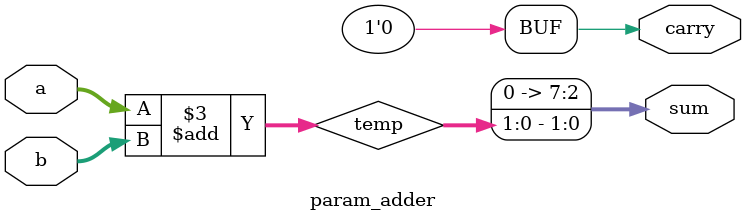
<source format=v>
module param_adder #(parameter WIDTH = 8)
    (
        input [WIDTH-1:0] a,
        input [WIDTH-1:0] b,
        output [WIDTH-1:0] sum,
        output carry
    );
    wire [WIDTH:0] temp;
    assign {carry, sum} = temp[WIDTh+1:0];
    always @* begin
        temp = a + b;
    end
endmodule
</source>
